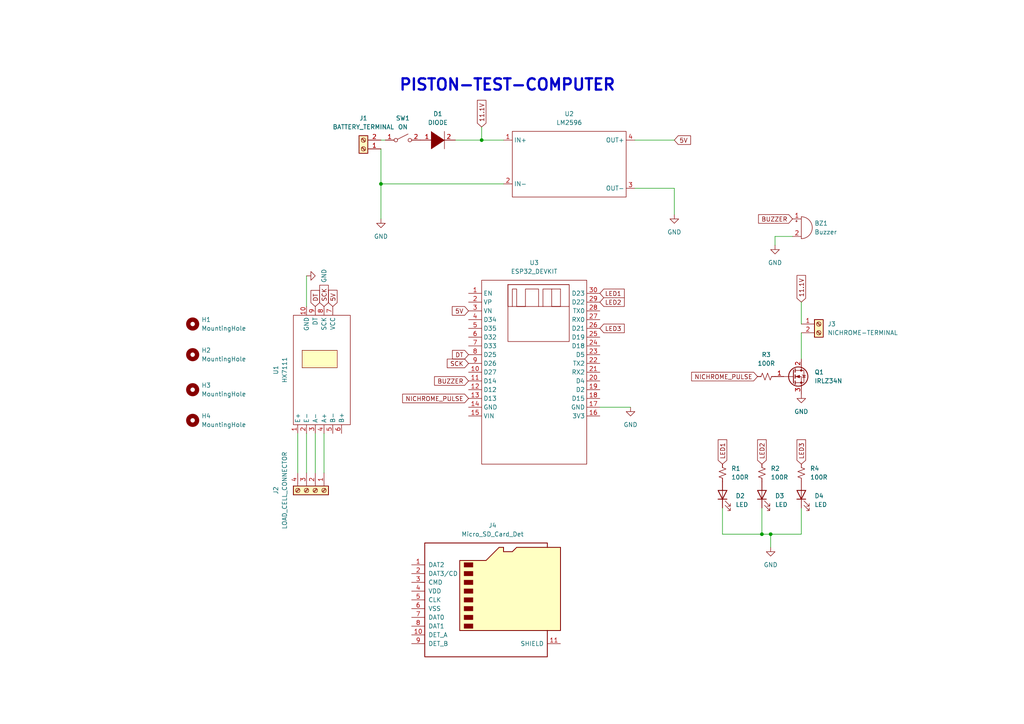
<source format=kicad_sch>
(kicad_sch (version 20211123) (generator eeschema)
  (paper "A4")
  (title_block (title "Piston test computer") (date "2023-04-12") (rev " Edwin Mwiti") (company "Nakuja Project"))
  (lib_symbols
    (symbol "Connector:Micro_SD_Card_Det" (pin_names (offset 1.016))
      (property "Reference" "J" (at -16.51 17.78 0))
      (property "Value" "Micro_SD_Card_Det" (at 16.51 17.78 0))
      (symbol "Micro_SD_Card_Det_0_1"
        (rectangle (start -7.62 -6.985) (end -5.08 -8.255) (fill (type outline)))
        (rectangle (start -7.62 -4.445) (end -5.08 -5.715) (fill (type outline)))
        (rectangle (start -7.62 -1.905) (end -5.08 -3.175) (fill (type outline)))
        (rectangle (start -7.62 0.635) (end -5.08 -0.635) (fill (type outline)))
        (rectangle (start -7.62 3.175) (end -5.08 1.905) (fill (type outline)))
        (rectangle (start -7.62 5.715) (end -5.08 4.445) (fill (type outline)))
        (rectangle (start -7.62 8.255) (end -5.08 6.985) (fill (type outline)))
        (rectangle (start -7.62 10.795) (end -5.08 9.525) (fill (type outline)))
        (polyline (pts (xy 16.51 15.24) (xy 16.51 16.51) (xy -19.05 16.51) (xy -19.05 -16.51) (xy 16.51 -16.51) (xy 16.51 -8.89)) (stroke (width 0.254)))
        (polyline (pts (xy -8.89 -8.89) (xy -8.89 11.43) (xy -1.27 11.43) (xy 2.54 15.24) (xy 3.81 15.24) (xy 3.81 13.97) (xy 6.35 13.97) (xy 7.62 15.24) (xy 20.32 15.24) (xy 20.32 -8.89) (xy -8.89 -8.89)) (stroke (width 0.254)) (fill (type background)))
      )
      (symbol "Micro_SD_Card_Det_1_1"
        (pin bidirectional line (at -22.86 10.16 0) (length 3.81) (name "DAT2") (number "1"))
        (pin passive line (at -22.86 -10.16 0) (length 3.81) (name "DET_A") (number "10"))
        (pin passive line (at 20.32 -12.7 180) (length 3.81) (name "SHIELD") (number "11"))
        (pin bidirectional line (at -22.86 7.62 0) (length 3.81) (name "DAT3/CD") (number "2"))
        (pin input line (at -22.86 5.08 0) (length 3.81) (name "CMD") (number "3"))
        (pin power_in line (at -22.86 2.54 0) (length 3.81) (name "VDD") (number "4"))
        (pin input line (at -22.86 0 0) (length 3.81) (name "CLK") (number "5"))
        (pin power_in line (at -22.86 -2.54 0) (length 3.81) (name "VSS") (number "6"))
        (pin bidirectional line (at -22.86 -5.08 0) (length 3.81) (name "DAT0") (number "7"))
        (pin bidirectional line (at -22.86 -7.62 0) (length 3.81) (name "DAT1") (number "8"))
        (pin passive line (at -22.86 -12.7 0) (length 3.81) (name "DET_B") (number "9"))
      )
    )
    (symbol "Connector:Screw_Terminal_01x02" (pin_names (offset 1.016) hide)
      (property "Reference" "J" (at 0 2.54 0))
      (property "Value" "Screw_Terminal_01x02" (at 0 -5.08 0))
      (symbol "Screw_Terminal_01x02_1_1"
        (rectangle (start -1.27 1.27) (end 1.27 -3.81) (stroke (width 0.254)) (fill (type background)))
        (circle (center 0 -2.54) (radius 0.635) (stroke (width 0.1524)))
        (polyline (pts (xy -0.5334 -2.2098) (xy 0.3302 -3.048)) (stroke (width 0.1524)))
        (polyline (pts (xy -0.5334 0.3302) (xy 0.3302 -0.508)) (stroke (width 0.1524)))
        (polyline (pts (xy -0.3556 -2.032) (xy 0.508 -2.8702)) (stroke (width 0.1524)))
        (polyline (pts (xy -0.3556 0.508) (xy 0.508 -0.3302)) (stroke (width 0.1524)))
        (circle (center 0 0) (radius 0.635) (stroke (width 0.1524)))
        (pin passive line (at -5.08 0 0) (length 3.81) (name "Pin_1") (number "1"))
        (pin passive line (at -5.08 -2.54 0) (length 3.81) (name "Pin_2") (number "2"))
      )
    )
    (symbol "Connector:Screw_Terminal_01x04" (pin_names (offset 1.016) hide)
      (property "Reference" "J" (at 0 5.08 0))
      (property "Value" "Screw_Terminal_01x04" (at 0 -7.62 0))
      (symbol "Screw_Terminal_01x04_1_1"
        (rectangle (start -1.27 3.81) (end 1.27 -6.35) (stroke (width 0.254)) (fill (type background)))
        (circle (center 0 -5.08) (radius 0.635) (stroke (width 0.1524)))
        (circle (center 0 -2.54) (radius 0.635) (stroke (width 0.1524)))
        (polyline (pts (xy -0.5334 -4.7498) (xy 0.3302 -5.588)) (stroke (width 0.1524)))
        (polyline (pts (xy -0.5334 -2.2098) (xy 0.3302 -3.048)) (stroke (width 0.1524)))
        (polyline (pts (xy -0.5334 0.3302) (xy 0.3302 -0.508)) (stroke (width 0.1524)))
        (polyline (pts (xy -0.5334 2.8702) (xy 0.3302 2.032)) (stroke (width 0.1524)))
        (polyline (pts (xy -0.3556 -4.572) (xy 0.508 -5.4102)) (stroke (width 0.1524)))
        (polyline (pts (xy -0.3556 -2.032) (xy 0.508 -2.8702)) (stroke (width 0.1524)))
        (polyline (pts (xy -0.3556 0.508) (xy 0.508 -0.3302)) (stroke (width 0.1524)))
        (polyline (pts (xy -0.3556 3.048) (xy 0.508 2.2098)) (stroke (width 0.1524)))
        (circle (center 0 0) (radius 0.635) (stroke (width 0.1524)))
        (circle (center 0 2.54) (radius 0.635) (stroke (width 0.1524)))
        (pin passive line (at -5.08 2.54 0) (length 3.81) (name "Pin_1") (number "1"))
        (pin passive line (at -5.08 0 0) (length 3.81) (name "Pin_2") (number "2"))
        (pin passive line (at -5.08 -2.54 0) (length 3.81) (name "Pin_3") (number "3"))
        (pin passive line (at -5.08 -5.08 0) (length 3.81) (name "Pin_4") (number "4"))
      )
    )
    (symbol "DEV_BOARDS:ESP32_DEVKIT"
      (property "Reference" "U" (at 13.97 3.81 0))
      (property "Value" "ESP32_DEVKIT" (at 13.97 1.27 0))
      (symbol "ESP32_DEVKIT_0_1"
        (polyline (pts (xy 20.32 -2.54) (xy 20.32 -7.62) (xy 22.86 -7.62) (xy 22.86 -2.54)))
        (polyline (pts (xy 22.86 -2.54) (xy 20.32 -2.54) (xy 17.78 -2.54) (xy 17.78 -7.62)))
        (polyline (pts (xy 8.89 -7.62) (xy 8.89 -2.54) (xy 10.16 -2.54) (xy 10.16 -7.62) (xy 12.7 -7.62) (xy 12.7 -2.54) (xy 16.51 -2.54) (xy 16.51 -7.62)))
        (rectangle (start 0 0) (end 30.48 -53.34))
        (rectangle (start 7.62 -1.27) (end 7.62 -1.27))
        (rectangle (start 7.62 -1.27) (end 7.62 -1.27))
        (rectangle (start 7.62 -1.27) (end 25.4 -17.78))
        (rectangle (start 25.4 -7.62) (end 7.62 -1.27))
      )
      (symbol "ESP32_DEVKIT_1_1"
        (pin passive line (at -3.81 -3.81 0) (length 3.81) (name "EN") (number "1"))
        (pin passive line (at -3.81 -26.67 0) (length 3.81) (name "D27") (number "10"))
        (pin passive line (at -3.81 -29.21 0) (length 3.81) (name "D14") (number "11"))
        (pin passive line (at -3.81 -31.75 0) (length 3.81) (name "D12") (number "12"))
        (pin passive line (at -3.81 -34.29 0) (length 3.81) (name "D13") (number "13"))
        (pin passive line (at -3.81 -36.83 0) (length 3.81) (name "GND") (number "14"))
        (pin passive line (at -3.81 -39.37 0) (length 3.81) (name "VIN") (number "15"))
        (pin passive line (at 34.29 -39.37 180) (length 3.81) (name "3V3") (number "16"))
        (pin passive line (at 34.29 -36.83 180) (length 3.81) (name "GND") (number "17"))
        (pin passive line (at 34.29 -34.29 180) (length 3.81) (name "D15") (number "18"))
        (pin passive line (at 34.29 -31.75 180) (length 3.81) (name "D2") (number "19"))
        (pin passive line (at -3.81 -6.35 0) (length 3.81) (name "VP") (number "2"))
        (pin passive line (at 34.29 -29.21 180) (length 3.81) (name "D4") (number "20"))
        (pin passive line (at 34.29 -26.67 180) (length 3.81) (name "RX2") (number "21"))
        (pin passive line (at 34.29 -24.13 180) (length 3.81) (name "TX2") (number "22"))
        (pin passive line (at 34.29 -21.59 180) (length 3.81) (name "D5") (number "23"))
        (pin passive line (at 34.29 -19.05 180) (length 3.81) (name "D18") (number "24"))
        (pin passive line (at 34.29 -16.51 180) (length 3.81) (name "D19") (number "25"))
        (pin passive line (at 34.29 -13.97 180) (length 3.81) (name "D21") (number "26"))
        (pin passive line (at 34.29 -11.43 180) (length 3.81) (name "RX0") (number "27"))
        (pin passive line (at 34.29 -8.89 180) (length 3.81) (name "TX0") (number "28"))
        (pin passive line (at 34.29 -6.35 180) (length 3.81) (name "D22") (number "29"))
        (pin passive line (at -3.81 -8.89 0) (length 3.81) (name "VN") (number "3"))
        (pin passive line (at 34.29 -3.81 180) (length 3.81) (name "D23") (number "30"))
        (pin passive line (at -3.81 -11.43 0) (length 3.81) (name "D34") (number "4"))
        (pin passive line (at -3.81 -13.97 0) (length 3.81) (name "D35") (number "5"))
        (pin passive line (at -3.81 -16.51 0) (length 3.81) (name "D32") (number "6"))
        (pin passive line (at -3.81 -19.05 0) (length 3.81) (name "D33") (number "7"))
        (pin passive line (at -3.81 -21.59 0) (length 3.81) (name "D25") (number "8"))
        (pin passive line (at -3.81 -24.13 0) (length 3.81) (name "D26") (number "9"))
      )
    )
    (symbol "Device:Buzzer" (pin_names (offset 0.0254) hide)
      (property "Reference" "BZ" (at 3.81 1.27 0))
      (property "Value" "Buzzer" (at 3.81 -1.27 0))
      (symbol "Buzzer_0_1"
        (arc (start 0 -3.175) (mid 3.175 0) (end 0 3.175))
        (polyline (pts (xy -1.651 1.905) (xy -1.143 1.905)))
        (polyline (pts (xy -1.397 2.159) (xy -1.397 1.651)))
        (polyline (pts (xy 0 3.175) (xy 0 -3.175)))
      )
      (symbol "Buzzer_1_1"
        (pin passive line (at -2.54 2.54 0) (length 2.54) (name "-") (number "1"))
        (pin passive line (at -2.54 -2.54 0) (length 2.54) (name "+") (number "2"))
      )
    )
    (symbol "Device:LED" (pin_numbers hide) (pin_names (offset 1.016) hide)
      (property "Reference" "D" (at 0 2.54 0))
      (property "Value" "LED" (at 0 -2.54 0))
      (symbol "LED_0_1"
        (polyline (pts (xy -1.27 -1.27) (xy -1.27 1.27)) (stroke (width 0.254)))
        (polyline (pts (xy -1.27 0) (xy 1.27 0)))
        (polyline (pts (xy 1.27 -1.27) (xy 1.27 1.27) (xy -1.27 0) (xy 1.27 -1.27)) (stroke (width 0.254)))
        (polyline (pts (xy -3.048 -0.762) (xy -4.572 -2.286) (xy -3.81 -2.286) (xy -4.572 -2.286) (xy -4.572 -1.524)))
        (polyline (pts (xy -1.778 -0.762) (xy -3.302 -2.286) (xy -2.54 -2.286) (xy -3.302 -2.286) (xy -3.302 -1.524)))
      )
      (symbol "LED_1_1"
        (pin passive line (at -3.81 0 0) (length 2.54) (name "K") (number "1"))
        (pin passive line (at 3.81 0 180) (length 2.54) (name "A") (number "2"))
      )
    )
    (symbol "Device:R_Small_US" (pin_numbers hide) (pin_names (offset 0.254) hide)
      (property "Reference" "R" (at 0.762 0.508 0))
      (property "Value" "R_Small_US" (at 0.762 -1.016 0))
      (symbol "R_Small_US_1_1"
        (polyline (pts (xy 0 0) (xy 1.016 -0.381) (xy 0 -0.762) (xy -1.016 -1.143) (xy 0 -1.524)))
        (polyline (pts (xy 0 1.524) (xy 1.016 1.143) (xy 0 0.762) (xy -1.016 0.381) (xy 0 0)))
        (pin passive line (at 0 2.54 270) (length 1.016) (name "~") (number "1"))
        (pin passive line (at 0 -2.54 90) (length 1.016) (name "~") (number "2"))
      )
    )
    (symbol "Mechanical:MountingHole" (pin_names (offset 1.016))
      (property "Reference" "H" (at 0 5.08 0))
      (property "Value" "MountingHole" (at 0 3.175 0))
      (symbol "MountingHole_0_1"
        (circle (center 0 0) (radius 1.27) (stroke (width 1.27)))
      )
    )
    (symbol "Switch:SW_SPST" (pin_names (offset 0) hide)
      (property "Reference" "SW" (at 0 3.175 0))
      (property "Value" "SW_SPST" (at 0 -2.54 0))
      (symbol "SW_SPST_0_0"
        (circle (center -2.032 0) (radius 0.508))
        (polyline (pts (xy -1.524 0.254) (xy 1.524 1.778)))
        (circle (center 2.032 0) (radius 0.508))
      )
      (symbol "SW_SPST_1_1"
        (pin passive line (at -5.08 0 0) (length 2.54) (name "A") (number "1"))
        (pin passive line (at 5.08 0 180) (length 2.54) (name "B") (number "2"))
      )
    )
    (symbol "Transistor_FET:IRLZ34N" (pin_names hide)
      (property "Reference" "Q" (at 6.35 1.905 0))
      (property "Value" "IRLZ34N" (at 6.35 0 0))
      (symbol "IRLZ34N_0_1"
        (polyline (pts (xy 0.254 0) (xy -2.54 0)))
        (polyline (pts (xy 0.254 1.905) (xy 0.254 -1.905)) (stroke (width 0.254)))
        (polyline (pts (xy 0.762 -1.27) (xy 0.762 -2.286)) (stroke (width 0.254)))
        (polyline (pts (xy 0.762 0.508) (xy 0.762 -0.508)) (stroke (width 0.254)))
        (polyline (pts (xy 0.762 2.286) (xy 0.762 1.27)) (stroke (width 0.254)))
        (polyline (pts (xy 2.54 2.54) (xy 2.54 1.778)))
        (polyline (pts (xy 2.54 -2.54) (xy 2.54 0) (xy 0.762 0)))
        (polyline (pts (xy 0.762 -1.778) (xy 3.302 -1.778) (xy 3.302 1.778) (xy 0.762 1.778)))
        (polyline (pts (xy 1.016 0) (xy 2.032 0.381) (xy 2.032 -0.381) (xy 1.016 0)) (fill (type outline)))
        (polyline (pts (xy 2.794 0.508) (xy 2.921 0.381) (xy 3.683 0.381) (xy 3.81 0.254)))
        (polyline (pts (xy 3.302 0.381) (xy 2.921 -0.254) (xy 3.683 -0.254) (xy 3.302 0.381)))
        (circle (center 1.651 0) (radius 2.794) (stroke (width 0.254)))
        (circle (center 2.54 -1.778) (radius 0.254) (fill (type outline)))
        (circle (center 2.54 1.778) (radius 0.254) (fill (type outline)))
      )
      (symbol "IRLZ34N_1_1"
        (pin input line (at -5.08 0 0) (length 2.54) (name "G") (number "1"))
        (pin passive line (at 2.54 5.08 270) (length 2.54) (name "D") (number "2"))
        (pin passive line (at 2.54 -5.08 90) (length 2.54) (name "S") (number "3"))
      )
    )
    (symbol "modules:HX7111"
      (property "Reference" "U" (at 16.51 1.27 0))
      (property "Value" "HX7111" (at 16.51 3.81 0))
      (symbol "HX7111_0_1"
        (rectangle (start 0 0) (end 31.75 -16.51))
        (rectangle (start 16.51 -2.54) (end 21.59 -12.7) (fill (type background)))
      )
      (symbol "HX7111_1_1"
        (pin input line (at -2.54 -1.27 0) (length 2.54) (name "E+") (number "1"))
        (pin input line (at 34.29 -3.81 180) (length 2.54) (name "GND") (number "10"))
        (pin input line (at -2.54 -3.81 0) (length 2.54) (name "E-") (number "2"))
        (pin input line (at -2.54 -6.35 0) (length 2.54) (name "A-") (number "3"))
        (pin input line (at -2.54 -8.89 0) (length 2.54) (name "A+") (number "4"))
        (pin input line (at -2.54 -11.43 0) (length 2.54) (name "B-") (number "5"))
        (pin input line (at -2.54 -13.97 0) (length 2.54) (name "B+") (number "6"))
        (pin input line (at 34.29 -11.43 180) (length 2.54) (name "VCC") (number "7"))
        (pin input line (at 34.29 -8.89 180) (length 2.54) (name "SCK") (number "8"))
        (pin input line (at 34.29 -6.35 180) (length 2.54) (name "DT") (number "9"))
      )
    )
    (symbol "modules:LM2596"
      (property "Reference" "U" (at 17.78 2.54 0))
      (property "Value" "LM2596" (at 17.78 5.08 0))
      (symbol "LM2596_0_1"
        (rectangle (start 0 0) (end 33.02 -19.05))
      )
      (symbol "LM2596_1_1"
        (pin input line (at -2.54 -2.54 0) (length 2.54) (name "IN+") (number "1"))
        (pin input line (at -2.54 -15.24 0) (length 2.54) (name "IN-") (number "2"))
        (pin input line (at 35.56 -16.51 180) (length 2.54) (name "OUT-") (number "3"))
        (pin input line (at 35.56 -2.54 180) (length 2.54) (name "OUT+") (number "4"))
      )
    )
    (symbol "power:GND" (power) (pin_names (offset 0))
      (property "Value" "GND" (at 0 -3.81 0))
      (symbol "GND_0_1"
        (polyline (pts (xy 0 0) (xy 0 -1.27) (xy 1.27 -1.27) (xy 0 -2.54) (xy -1.27 -1.27) (xy 0 -1.27)))
      )
      (symbol "GND_1_1"
        (pin power_in line (at 0 0 270) (length 0) hide (name "GND") (number "1"))
      )
    )
    (symbol "pspice:DIODE" (pin_names (offset 1.016) hide)
      (property "Reference" "D" (at 0 3.81 0))
      (property "Value" "DIODE" (at 0 -4.445 0))
      (symbol "DIODE_0_1"
        (polyline (pts (xy 1.905 2.54) (xy 1.905 -2.54)))
        (polyline (pts (xy -1.905 2.54) (xy -1.905 -2.54) (xy 1.905 0)) (fill (type outline)))
      )
      (symbol "DIODE_1_1"
        (pin input line (at -5.08 0 0) (length 3.81) (name "K") (number "1"))
        (pin input line (at 5.08 0 180) (length 3.81) (name "A") (number "2"))
      )
    )
  )
  (junction (at 220.98 154.94))
  (junction (at 139.7 40.64))
  (junction (at 110.49 53.34))
  (junction (at 223.52 154.94))
  (wire (pts (xy 220.98 147.32) (xy 220.98 154.94)))
  (wire (pts (xy 139.7 36.83) (xy 139.7 40.64)))
  (wire (pts (xy 220.98 154.94) (xy 223.52 154.94)))
  (wire (pts (xy 173.99 118.11) (xy 182.88 118.11)))
  (wire (pts (xy 195.58 54.61) (xy 195.58 62.23)))
  (wire (pts (xy 232.41 87.63) (xy 232.41 93.98)))
  (wire (pts (xy 93.98 137.16) (xy 93.98 125.73)))
  (wire (pts (xy 88.9 137.16) (xy 88.9 125.73)))
  (wire (pts (xy 184.15 54.61) (xy 195.58 54.61)))
  (wire (pts (xy 223.52 158.75) (xy 223.52 154.94)))
  (wire (pts (xy 91.44 137.16) (xy 91.44 125.73)))
  (wire (pts (xy 110.49 40.64) (xy 111.76 40.64)))
  (wire (pts (xy 229.87 68.58) (xy 224.79 68.58)))
  (wire (pts (xy 139.7 40.64) (xy 146.05 40.64)))
  (wire (pts (xy 232.41 147.32) (xy 232.41 154.94)))
  (wire (pts (xy 88.9 88.9) (xy 88.9 80.01)))
  (wire (pts (xy 209.55 154.94) (xy 220.98 154.94)))
  (wire (pts (xy 132.08 40.64) (xy 139.7 40.64)))
  (wire (pts (xy 224.79 68.58) (xy 224.79 71.12)))
  (wire (pts (xy 232.41 104.14) (xy 232.41 96.52)))
  (wire (pts (xy 184.15 40.64) (xy 195.58 40.64)))
  (wire (pts (xy 110.49 53.34) (xy 146.05 53.34)))
  (wire (pts (xy 110.49 63.5) (xy 110.49 53.34)))
  (wire (pts (xy 232.41 154.94) (xy 223.52 154.94)))
  (wire (pts (xy 209.55 147.32) (xy 209.55 154.94)))
  (wire (pts (xy 110.49 53.34) (xy 110.49 43.18)))
  (wire (pts (xy 86.36 137.16) (xy 86.36 125.73)))
  (text "PISTON-TEST-COMPUTER" (at 115.57 26.67 0) (effects (font (size 3.27 3.27) (thickness 0.654) bold) (justify left bottom)))
  (global_label "5V" (shape input) (at 96.52 88.9 90) (property "Intersheet References" "${INTERSHEET_REFS}" (effects hide)))
  (global_label "DT" (shape input) (at 91.44 88.9 90) (property "Intersheet References" "${INTERSHEET_REFS}" (effects hide)))
  (global_label "LED1" (shape input) (at 173.99 85.09 0) (property "Intersheet References" "${INTERSHEET_REFS}" (effects hide)))
  (global_label "LED3" (shape input) (at 232.41 134.62 90) (property "Intersheet References" "${INTERSHEET_REFS}" (effects hide)))
  (global_label "LED2" (shape input) (at 173.99 87.63 0) (property "Intersheet References" "${INTERSHEET_REFS}" (effects hide)))
  (global_label "BUZZER" (shape input) (at 229.87 63.5 180) (property "Intersheet References" "${INTERSHEET_REFS}" (effects hide)))
  (global_label "DT" (shape input) (at 135.89 102.87 180) (property "Intersheet References" "${INTERSHEET_REFS}" (effects hide)))
  (global_label "5V" (shape input) (at 135.89 90.17 180) (property "Intersheet References" "${INTERSHEET_REFS}" (effects hide)))
  (global_label "LED3" (shape input) (at 173.99 95.25 0) (property "Intersheet References" "${INTERSHEET_REFS}" (effects hide)))
  (global_label "5V" (shape input) (at 195.58 40.64 0) (property "Intersheet References" "${INTERSHEET_REFS}" (effects hide)))
  (global_label "LED1" (shape input) (at 209.55 134.62 90) (property "Intersheet References" "${INTERSHEET_REFS}" (effects hide)))
  (global_label "LED2" (shape input) (at 220.98 134.62 90) (property "Intersheet References" "${INTERSHEET_REFS}" (effects hide)))
  (global_label "11.1V" (shape input) (at 232.41 87.63 90) (property "Intersheet References" "${INTERSHEET_REFS}" (effects hide)))
  (global_label "11.1V" (shape input) (at 139.7 36.83 90) (property "Intersheet References" "${INTERSHEET_REFS}" (effects hide)))
  (global_label "NICHROME_PULSE" (shape input) (at 219.71 109.22 180) (property "Intersheet References" "${INTERSHEET_REFS}" (effects hide)))
  (global_label "SCK" (shape input) (at 135.89 105.41 180) (property "Intersheet References" "${INTERSHEET_REFS}" (effects hide)))
  (global_label "SCK" (shape input) (at 93.98 88.9 90) (property "Intersheet References" "${INTERSHEET_REFS}" (effects hide)))
  (global_label "NICHROME_PULSE" (shape input) (at 135.89 115.57 180) (property "Intersheet References" "${INTERSHEET_REFS}" (effects hide)))
  (global_label "BUZZER" (shape input) (at 135.89 110.49 180) (property "Intersheet References" "${INTERSHEET_REFS}" (effects hide)))
  (symbol (lib_id "Device:R_Small_US") (at 222.25 109.22 270) (unit 1)
    (property "Reference" "R3" (at 222.25 102.87 90))
    (property "Value" "100R" (at 222.25 105.41 90))
    (property "Footprint" "Resistor_THT:R_Axial_DIN0207_L6.3mm_D2.5mm_P10.16mm_Horizontal" (effects hide))
  )
  (symbol (lib_id "power:GND") (at 224.79 71.12 0) (unit 1)
    (property "Reference" "#PWR05" (effects hide))
    (property "Value" "GND" (at 224.79 76.2 0))
  )
  (symbol (lib_id "Mechanical:MountingHole") (at 55.88 102.87 0) (unit 1)
    (property "Reference" "H2" (at 58.42 101.5999 0) (effects (justify left)))
    (property "Value" "MountingHole" (at 58.42 104.1399 0) (effects (justify left)))
    (property "Footprint" "MountingHole:MountingHole_3.2mm_M3" (effects hide))
  )
  (symbol (lib_id "Device:LED") (at 232.41 143.51 90) (unit 1)
    (property "Reference" "D4" (at 236.22 143.8274 90) (effects (justify right)))
    (property "Value" "LED" (at 236.22 146.3674 90) (effects (justify right)))
    (property "Footprint" "LED_THT:LED_D5.0mm" (effects hide))
  )
  (symbol (lib_id "Device:R_Small_US") (at 209.55 137.16 0) (unit 1)
    (property "Reference" "R1" (at 212.09 135.8899 0) (effects (justify left)))
    (property "Value" "100R" (at 212.09 138.4299 0) (effects (justify left)))
    (property "Footprint" "Resistor_THT:R_Axial_DIN0207_L6.3mm_D2.5mm_P10.16mm_Horizontal" (effects hide))
  )
  (symbol (lib_id "modules:HX7111") (at 85.09 123.19 90) (unit 1)
    (property "Reference" "U1" (at 80.01 107.315 0))
    (property "Value" "HX7111" (at 82.55 107.315 0))
    (property "Footprint" "custom-footprints:HX711" (effects hide))
  )
  (symbol (lib_id "pspice:DIODE") (at 127 40.64 0) (unit 1)
    (property "Reference" "D1" (at 127 33.02 0))
    (property "Value" "DIODE" (at 127 35.56 0))
    (property "Footprint" "Diode_THT:D_DO-35_SOD27_P10.16mm_Horizontal" (effects hide))
  )
  (symbol (lib_id "power:GND") (at 223.52 158.75 0) (unit 1)
    (property "Reference" "#PWR06" (effects hide))
    (property "Value" "GND" (at 223.52 163.83 0))
  )
  (symbol (lib_id "Mechanical:MountingHole") (at 55.88 121.92 0) (unit 1)
    (property "Reference" "H4" (at 58.42 120.6499 0) (effects (justify left)))
    (property "Value" "MountingHole" (at 58.42 123.1899 0) (effects (justify left)))
    (property "Footprint" "MountingHole:MountingHole_3.2mm_M3" (effects hide))
  )
  (symbol (lib_id "Transistor_FET:IRLZ34N") (at 229.87 109.22 0) (unit 1)
    (property "Reference" "Q1" (at 236.22 107.9499 0) (effects (justify left)))
    (property "Value" "IRLZ34N" (at 236.22 110.4899 0) (effects (justify left)))
    (property "Footprint" "Package_TO_SOT_THT:TO-220-3_Vertical" (effects hide))
    (property "Datasheet" "http://www.infineon.com/dgdl/irlz34npbf.pdf?fileId=5546d462533600a40153567206892720" (effects hide))
  )
  (symbol (lib_id "Connector:Screw_Terminal_01x04") (at 91.44 142.24 270) (unit 1)
    (property "Reference" "J2" (at 80.01 142.24 0))
    (property "Value" "LOAD_CELL_CONNECTOR" (at 82.55 142.24 0))
    (property "Footprint" "TerminalBlock:TerminalBlock_bornier-4_P5.08mm" (effects hide))
  )
  (symbol (lib_id "DEV_BOARDS:ESP32_DEVKIT") (at 139.7 81.28 0) (unit 1)
    (property "Reference" "U3" (at 154.94 76.2 0))
    (property "Value" "ESP32_DEVKIT" (at 154.94 78.74 0))
    (property "Footprint" "custom-footprints:ESP32_DEVKIT" (effects hide))
  )
  (symbol (lib_id "Device:R_Small_US") (at 220.98 137.16 0) (unit 1)
    (property "Reference" "R2" (at 223.52 135.8899 0) (effects (justify left)))
    (property "Value" "100R" (at 223.52 138.4299 0) (effects (justify left)))
    (property "Footprint" "Resistor_THT:R_Axial_DIN0207_L6.3mm_D2.5mm_P10.16mm_Horizontal" (effects hide))
  )
  (symbol (lib_id "power:GND") (at 232.41 114.3 0) (unit 1)
    (property "Reference" "#PWR07" (effects hide))
    (property "Value" "GND" (at 232.41 119.38 0))
  )
  (symbol (lib_id "power:GND") (at 88.9 80.01 90) (unit 1)
    (property "Reference" "#PWR02" (effects hide))
    (property "Value" "GND" (at 93.98 80.01 0))
  )
  (symbol (lib_id "Mechanical:MountingHole") (at 55.88 93.98 0) (unit 1)
    (property "Reference" "H1" (at 58.42 92.7099 0) (effects (justify left)))
    (property "Value" "MountingHole" (at 58.42 95.2499 0) (effects (justify left)))
    (property "Footprint" "MountingHole:MountingHole_3.2mm_M3" (effects hide))
  )
  (symbol (lib_id "Device:Buzzer") (at 232.41 66.04 0) (unit 1)
    (property "Reference" "BZ1" (at 236.22 64.7699 0) (effects (justify left)))
    (property "Value" "Buzzer" (at 236.22 67.3099 0) (effects (justify left)))
    (property "Footprint" "custom-footprints:BUZZER" (effects hide))
  )
  (symbol (lib_id "Device:LED") (at 220.98 143.51 90) (unit 1)
    (property "Reference" "D3" (at 224.79 143.8274 90) (effects (justify right)))
    (property "Value" "LED" (at 224.79 146.3674 90) (effects (justify right)))
    (property "Footprint" "LED_THT:LED_D5.0mm" (effects hide))
  )
  (symbol (lib_id "Device:LED") (at 209.55 143.51 90) (unit 1)
    (property "Reference" "D2" (at 213.36 143.8274 90) (effects (justify right)))
    (property "Value" "LED" (at 213.36 146.3674 90) (effects (justify right)))
    (property "Footprint" "LED_THT:LED_D5.0mm" (effects hide))
  )
  (symbol (lib_id "Device:R_Small_US") (at 232.41 137.16 0) (unit 1)
    (property "Reference" "R4" (at 234.95 135.8899 0) (effects (justify left)))
    (property "Value" "100R" (at 234.95 138.4299 0) (effects (justify left)))
    (property "Footprint" "Resistor_THT:R_Axial_DIN0207_L6.3mm_D2.5mm_P10.16mm_Horizontal" (effects hide))
  )
  (symbol (lib_id "Connector:Screw_Terminal_01x02") (at 105.41 43.18 180) (unit 1)
    (property "Reference" "J1" (at 105.41 34.29 0))
    (property "Value" "BATTERY_TERMINAL" (at 105.41 36.83 0))
    (property "Footprint" "TerminalBlock:TerminalBlock_bornier-2_P5.08mm" (effects hide))
  )
  (symbol (lib_id "Mechanical:MountingHole") (at 55.88 113.03 0) (unit 1)
    (property "Reference" "H3" (at 58.42 111.7599 0) (effects (justify left)))
    (property "Value" "MountingHole" (at 58.42 114.2999 0) (effects (justify left)))
    (property "Footprint" "MountingHole:MountingHole_3.2mm_M3" (effects hide))
  )
  (symbol (lib_id "Connector:Micro_SD_Card_Det") (at 142.24 173.99 0) (unit 1)
    (property "Reference" "J4" (at 142.875 152.4 0))
    (property "Value" "Micro_SD_Card_Det" (at 142.875 154.94 0))
    (property "Datasheet" "https://www.hirose.com/product/en/download_file/key_name/DM3/category/Catalog/doc_file_id/49662/?file_category_id=4&item_id=195&is_series=1" (effects hide))
  )
  (symbol (lib_id "power:GND") (at 195.58 62.23 0) (unit 1)
    (property "Reference" "#PWR03" (effects hide))
    (property "Value" "GND" (at 195.58 67.31 0))
  )
  (symbol (lib_id "power:GND") (at 182.88 118.11 0) (unit 1)
    (property "Reference" "#PWR04" (effects hide))
    (property "Value" "GND" (at 182.88 123.19 0))
  )
  (symbol (lib_id "power:GND") (at 110.49 63.5 0) (unit 1)
    (property "Reference" "#PWR01" (effects hide))
    (property "Value" "GND" (at 110.49 68.58 0))
  )
  (symbol (lib_id "Connector:Screw_Terminal_01x02") (at 237.49 93.98 0) (unit 1)
    (property "Reference" "J3" (at 240.03 93.9799 0) (effects (justify left)))
    (property "Value" "NICHROME-TERMINAL" (at 240.03 96.5199 0) (effects (justify left)))
    (property "Footprint" "TerminalBlock:TerminalBlock_bornier-2_P5.08mm" (effects hide))
  )
  (symbol (lib_id "Switch:SW_SPST") (at 116.84 40.64 0) (unit 1)
    (property "Reference" "SW1" (at 116.84 34.29 0))
    (property "Value" "ON" (at 116.84 36.83 0))
    (property "Footprint" "custom-footprints:KDC1-11-ROCKER-SWITCH" (effects hide))
  )
  (symbol (lib_id "modules:LM2596") (at 148.59 38.1 0) (unit 1)
    (property "Reference" "U2" (at 165.1 33.02 0))
    (property "Value" "LM2596" (at 165.1 35.56 0))
    (property "Footprint" "custom-footprints:LM2596-BUCK-CONVERTER" (effects hide))
  )
)
</source>
